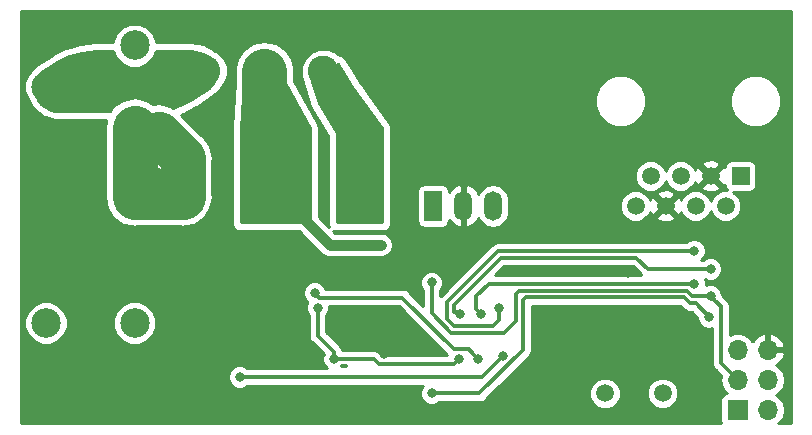
<source format=gbr>
G04 #@! TF.GenerationSoftware,KiCad,Pcbnew,(5.0.0)*
G04 #@! TF.CreationDate,2018-10-13T15:30:37-04:00*
G04 #@! TF.ProjectId,GLVColoumbCounterTest,474C56436F6C6F756D62436F756E7465,rev?*
G04 #@! TF.SameCoordinates,Original*
G04 #@! TF.FileFunction,Copper,L2,Bot,Signal*
G04 #@! TF.FilePolarity,Positive*
%FSLAX46Y46*%
G04 Gerber Fmt 4.6, Leading zero omitted, Abs format (unit mm)*
G04 Created by KiCad (PCBNEW (5.0.0)) date 10/13/18 15:30:37*
%MOMM*%
%LPD*%
G01*
G04 APERTURE LIST*
G04 #@! TA.AperFunction,ComponentPad*
%ADD10C,2.500000*%
G04 #@! TD*
G04 #@! TA.AperFunction,ComponentPad*
%ADD11R,1.500000X1.500000*%
G04 #@! TD*
G04 #@! TA.AperFunction,ComponentPad*
%ADD12C,1.500000*%
G04 #@! TD*
G04 #@! TA.AperFunction,ComponentPad*
%ADD13R,2.600000X2.600000*%
G04 #@! TD*
G04 #@! TA.AperFunction,ComponentPad*
%ADD14C,2.600000*%
G04 #@! TD*
G04 #@! TA.AperFunction,ComponentPad*
%ADD15R,1.500000X2.500000*%
G04 #@! TD*
G04 #@! TA.AperFunction,ComponentPad*
%ADD16O,1.500000X2.500000*%
G04 #@! TD*
G04 #@! TA.AperFunction,ComponentPad*
%ADD17R,1.700000X1.700000*%
G04 #@! TD*
G04 #@! TA.AperFunction,ComponentPad*
%ADD18O,1.700000X1.700000*%
G04 #@! TD*
G04 #@! TA.AperFunction,ViaPad*
%ADD19C,0.800000*%
G04 #@! TD*
G04 #@! TA.AperFunction,Conductor*
%ADD20C,0.304800*%
G04 #@! TD*
G04 #@! TA.AperFunction,Conductor*
%ADD21C,0.889000*%
G04 #@! TD*
G04 #@! TA.AperFunction,Conductor*
%ADD22C,3.810000*%
G04 #@! TD*
G04 #@! TA.AperFunction,Conductor*
%ADD23C,0.254000*%
G04 #@! TD*
G04 APERTURE END LIST*
D10*
G04 #@! TO.P,K1,1*
G04 #@! TO.N,+BATT*
X109982000Y-54366000D03*
G04 #@! TO.P,K1,5*
G04 #@! TO.N,Net-(J1-Pad6)*
X102482000Y-50866000D03*
G04 #@! TO.P,K1,10*
G04 #@! TO.N,N/C*
X109982000Y-47366000D03*
G04 #@! TO.P,K1,2*
G04 #@! TO.N,+5V*
X102482000Y-70866000D03*
G04 #@! TO.P,K1,9*
G04 #@! TO.N,Net-(D3-Pad2)*
X109982000Y-70866000D03*
G04 #@! TD*
D11*
G04 #@! TO.P,J2,1*
G04 #@! TO.N,Net-(J2-Pad1)*
X161290000Y-58420000D03*
D12*
G04 #@! TO.P,J2,2*
G04 #@! TO.N,Net-(J2-Pad2)*
X160020000Y-60960000D03*
G04 #@! TO.P,J2,3*
G04 #@! TO.N,GND*
X158750000Y-58420000D03*
G04 #@! TO.P,J2,4*
G04 #@! TO.N,N/C*
X157480000Y-60960000D03*
G04 #@! TO.P,J2,5*
X156210000Y-58420000D03*
G04 #@! TO.P,J2,6*
G04 #@! TO.N,GND*
X154940000Y-60960000D03*
G04 #@! TO.P,J2,7*
G04 #@! TO.N,N/C*
X153670000Y-58420000D03*
G04 #@! TO.P,J2,8*
X152400000Y-60960000D03*
G04 #@! TD*
D13*
G04 #@! TO.P,J1,1*
G04 #@! TO.N,GND*
X140970000Y-49530000D03*
D14*
G04 #@! TO.P,J1,2*
X135970000Y-49530000D03*
G04 #@! TO.P,J1,3*
X130970000Y-49530000D03*
G04 #@! TO.P,J1,4*
G04 #@! TO.N,/LOAD*
X125970000Y-49530000D03*
G04 #@! TO.P,J1,5*
G04 #@! TO.N,+12V*
X120970000Y-49530000D03*
G04 #@! TO.P,J1,6*
G04 #@! TO.N,Net-(J1-Pad6)*
X115970000Y-49530000D03*
G04 #@! TD*
D15*
G04 #@! TO.P,U1,1*
G04 #@! TO.N,+12V*
X135255000Y-60960000D03*
D16*
G04 #@! TO.P,U1,2*
G04 #@! TO.N,GND*
X137795000Y-60960000D03*
G04 #@! TO.P,U1,3*
G04 #@! TO.N,+5V*
X140335000Y-60960000D03*
G04 #@! TD*
D17*
G04 #@! TO.P,J3,1*
G04 #@! TO.N,/MISO*
X161036000Y-78232000D03*
D18*
G04 #@! TO.P,J3,2*
G04 #@! TO.N,+5V*
X163576000Y-78232000D03*
G04 #@! TO.P,J3,3*
G04 #@! TO.N,/SCK*
X161036000Y-75692000D03*
G04 #@! TO.P,J3,4*
G04 #@! TO.N,/MOSI*
X163576000Y-75692000D03*
G04 #@! TO.P,J3,5*
G04 #@! TO.N,/RESET*
X161036000Y-73152000D03*
G04 #@! TO.P,J3,6*
G04 #@! TO.N,GND*
X163576000Y-73152000D03*
G04 #@! TD*
D12*
G04 #@! TO.P,Y1,1*
G04 #@! TO.N,Net-(C9-Pad1)*
X154686000Y-76835000D03*
G04 #@! TO.P,Y1,2*
G04 #@! TO.N,Net-(C10-Pad1)*
X149806000Y-76835000D03*
G04 #@! TD*
D19*
G04 #@! TO.N,GND*
X116840000Y-69850000D03*
X125730000Y-76962000D03*
X112268000Y-73406000D03*
X121539000Y-68453000D03*
X123698000Y-73025000D03*
X131064000Y-73533000D03*
X127000000Y-71755000D03*
X146177000Y-74168000D03*
X148209000Y-66421000D03*
X163322000Y-70993000D03*
X163322000Y-62865000D03*
X156845000Y-50292000D03*
X138430000Y-54610000D03*
X103505000Y-58293000D03*
X106553000Y-64897000D03*
X106045000Y-77978000D03*
X144399000Y-52832000D03*
X151130000Y-47117000D03*
X162179000Y-46482000D03*
X101600000Y-46736000D03*
X117475000Y-45847000D03*
X133350000Y-46228000D03*
X133731000Y-57404000D03*
X151765000Y-66675000D03*
G04 #@! TO.N,+12V*
X121920000Y-59690000D03*
X121920000Y-57785000D03*
X121920000Y-55880000D03*
X121920000Y-53975000D03*
X120015000Y-53975000D03*
X122555000Y-52070000D03*
X120650000Y-52070000D03*
X130810000Y-64262000D03*
G04 #@! TO.N,/LOAD*
X127508000Y-61468000D03*
X127508000Y-59436000D03*
X127508000Y-57404000D03*
X127508000Y-55372000D03*
X127000000Y-53340000D03*
X129032000Y-53340000D03*
G04 #@! TO.N,Net-(J1-Pad6)*
X105410000Y-52070000D03*
X105410000Y-49022000D03*
X107569000Y-50165000D03*
X111887000Y-50673000D03*
X113030000Y-48768000D03*
X114046000Y-51308000D03*
X109601000Y-50673000D03*
G04 #@! TO.N,/MISO*
X137541000Y-70104000D03*
X158750000Y-66294000D03*
G04 #@! TO.N,/SCK*
X135128000Y-67437000D03*
X158750000Y-68580000D03*
G04 #@! TO.N,/RESET*
X135128000Y-76835000D03*
X158623000Y-70358000D03*
G04 #@! TO.N,/MOSI*
X139319000Y-70104000D03*
X157353000Y-67564000D03*
G04 #@! TO.N,+BATT*
X109982000Y-60960000D03*
X112014000Y-60960000D03*
X110998000Y-59690000D03*
X112014000Y-58166000D03*
X108966000Y-59690000D03*
X109982000Y-58166000D03*
X108966000Y-56642000D03*
X110998000Y-56642000D03*
X112014000Y-55372000D03*
G04 #@! TO.N,/SCL*
X125222000Y-68326000D03*
X139065000Y-73914000D03*
G04 #@! TO.N,/SDA*
X125476000Y-69596000D03*
X137414000Y-73914000D03*
X126873000Y-73914000D03*
G04 #@! TO.N,/D10*
X140843000Y-69596000D03*
X157353000Y-64770000D03*
G04 #@! TO.N,/RELAY_CTRL*
X118872000Y-75438000D03*
X141192000Y-73628000D03*
G04 #@! TD*
D20*
G04 #@! TO.N,*
X127889000Y-74549000D02*
X127508000Y-74549000D01*
D21*
G04 #@! TO.N,+12V*
X126492000Y-64262000D02*
X130810000Y-64262000D01*
X121920000Y-59690000D02*
X126492000Y-64262000D01*
D22*
X120970000Y-49530000D02*
X120970000Y-50993000D01*
D20*
G04 #@! TO.N,/MISO*
X153416000Y-66294000D02*
X152450810Y-65328810D01*
X158750000Y-66294000D02*
X153416000Y-66294000D01*
X152450810Y-65328810D02*
X140995716Y-65328810D01*
X140995716Y-65328810D02*
X137014001Y-69310525D01*
X137014001Y-69310525D02*
X137014001Y-69958001D01*
X137395001Y-69958001D02*
X137541000Y-70104000D01*
X137014001Y-69958001D02*
X137395001Y-69958001D01*
G04 #@! TO.N,/SCK*
X159149999Y-68979999D02*
X158750000Y-68580000D01*
X159639000Y-69469000D02*
X159149999Y-68979999D01*
X161036000Y-75692000D02*
X159639000Y-74295000D01*
X159639000Y-74295000D02*
X159639000Y-69469000D01*
X135128000Y-70055750D02*
X135128000Y-67437000D01*
X136795461Y-71723211D02*
X135128000Y-70055750D01*
X141255789Y-71723211D02*
X136795461Y-71723211D01*
X158750000Y-68580000D02*
X157175526Y-68580000D01*
X156718336Y-68122810D02*
X142570190Y-68122810D01*
X142570190Y-68122810D02*
X142240000Y-68453000D01*
X142240000Y-68453000D02*
X142240000Y-70739000D01*
X157175526Y-68580000D02*
X156718336Y-68122810D01*
X142240000Y-70739000D02*
X141255789Y-71723211D01*
G04 #@! TO.N,/RESET*
X139178474Y-76835000D02*
X142875000Y-73138474D01*
X135128000Y-76835000D02*
X139178474Y-76835000D01*
X142875000Y-73138474D02*
X142875000Y-68961000D01*
X142875000Y-68961000D02*
X143154380Y-68681620D01*
X156486870Y-68681620D02*
X157020250Y-69215000D01*
X143154380Y-68681620D02*
X156486870Y-68681620D01*
X157020250Y-69215000D02*
X157480000Y-69215000D01*
X157480000Y-69215000D02*
X158623000Y-70358000D01*
G04 #@! TO.N,/MOSI*
X157353000Y-67564000D02*
X139954000Y-67564000D01*
X138919001Y-68598999D02*
X139954000Y-67564000D01*
X139319000Y-70104000D02*
X138919001Y-69704001D01*
X138919001Y-69704001D02*
X138919001Y-68598999D01*
D22*
G04 #@! TO.N,+BATT*
X109982000Y-54366000D02*
X109982000Y-60198000D01*
X109982000Y-60198000D02*
X114046000Y-60198000D01*
X114046000Y-60198000D02*
X114046000Y-56896000D01*
X114046000Y-56896000D02*
X112014000Y-54864000D01*
X111231999Y-55615999D02*
X109982000Y-54366000D01*
X112014000Y-54864000D02*
X111262001Y-55615999D01*
X111262001Y-55615999D02*
X111231999Y-55615999D01*
D20*
G04 #@! TO.N,/SCL*
X138665001Y-73514001D02*
X139065000Y-73914000D01*
X138258599Y-73107599D02*
X138665001Y-73514001D01*
X137026927Y-73107599D02*
X138258599Y-73107599D01*
X132645327Y-68725999D02*
X137026927Y-73107599D01*
X125222000Y-68326000D02*
X125621999Y-68725999D01*
X125621999Y-68725999D02*
X132645327Y-68725999D01*
G04 #@! TO.N,/SDA*
X125476000Y-70161685D02*
X125476000Y-69596000D01*
X125476000Y-71951315D02*
X125476000Y-70161685D01*
X126873000Y-73914000D02*
X126873000Y-73348315D01*
X126873000Y-73348315D02*
X125476000Y-71951315D01*
X137014001Y-74313999D02*
X137414000Y-73914000D01*
X136988599Y-74339401D02*
X137014001Y-74313999D01*
X130676927Y-74339401D02*
X136988599Y-74339401D01*
X126873000Y-73914000D02*
X130251526Y-73914000D01*
X130251526Y-73914000D02*
X130676927Y-74339401D01*
G04 #@! TO.N,/D10*
X136398000Y-69136250D02*
X140764250Y-64770000D01*
X140764250Y-64770000D02*
X157353000Y-64770000D01*
X136398000Y-70535474D02*
X136398000Y-69136250D01*
X137026927Y-71164401D02*
X136398000Y-70535474D01*
X140290599Y-71164401D02*
X137026927Y-71164401D01*
X140290599Y-71164401D02*
X140843000Y-70612000D01*
X140843000Y-70612000D02*
X140843000Y-69596000D01*
G04 #@! TO.N,/RELAY_CTRL*
X139382000Y-75438000D02*
X118872000Y-75438000D01*
X141192000Y-73628000D02*
X139382000Y-75438000D01*
G04 #@! TD*
D23*
G04 #@! TO.N,Net-(J1-Pad6)*
G36*
X108383974Y-48433767D02*
X108914233Y-48964026D01*
X109607050Y-49251000D01*
X110356950Y-49251000D01*
X111049767Y-48964026D01*
X111580026Y-48433767D01*
X111809818Y-47879000D01*
X114647958Y-47879000D01*
X115218395Y-47935082D01*
X115760998Y-48099369D01*
X116266734Y-48369124D01*
X116275188Y-48374761D01*
X116647961Y-48723292D01*
X116883782Y-49163925D01*
X116965277Y-49657000D01*
X116883782Y-50150075D01*
X116647961Y-50590708D01*
X116275188Y-50939239D01*
X114817160Y-51911258D01*
X114017490Y-52363299D01*
X113272540Y-52650099D01*
X113005058Y-52471373D01*
X112611332Y-52393056D01*
X112014000Y-52274239D01*
X112013999Y-52274239D01*
X111558836Y-52364777D01*
X110973058Y-51973373D01*
X109982000Y-51776239D01*
X108990941Y-51973373D01*
X108150762Y-52534762D01*
X107867296Y-52959000D01*
X103690347Y-52959000D01*
X103194680Y-52903023D01*
X102730770Y-52740292D01*
X102308752Y-52474363D01*
X102096316Y-52304414D01*
X101780691Y-51954051D01*
X101596515Y-51527675D01*
X101531876Y-51049577D01*
X101574605Y-50558549D01*
X101595826Y-50452445D01*
X101720414Y-50093812D01*
X101932346Y-49789463D01*
X102225488Y-49548205D01*
X103432883Y-48805193D01*
X104462125Y-48295624D01*
X105561535Y-47984445D01*
X106705165Y-47879000D01*
X108154182Y-47879000D01*
X108383974Y-48433767D01*
X108383974Y-48433767D01*
G37*
X108383974Y-48433767D02*
X108914233Y-48964026D01*
X109607050Y-49251000D01*
X110356950Y-49251000D01*
X111049767Y-48964026D01*
X111580026Y-48433767D01*
X111809818Y-47879000D01*
X114647958Y-47879000D01*
X115218395Y-47935082D01*
X115760998Y-48099369D01*
X116266734Y-48369124D01*
X116275188Y-48374761D01*
X116647961Y-48723292D01*
X116883782Y-49163925D01*
X116965277Y-49657000D01*
X116883782Y-50150075D01*
X116647961Y-50590708D01*
X116275188Y-50939239D01*
X114817160Y-51911258D01*
X114017490Y-52363299D01*
X113272540Y-52650099D01*
X113005058Y-52471373D01*
X112611332Y-52393056D01*
X112014000Y-52274239D01*
X112013999Y-52274239D01*
X111558836Y-52364777D01*
X110973058Y-51973373D01*
X109982000Y-51776239D01*
X108990941Y-51973373D01*
X108150762Y-52534762D01*
X107867296Y-52959000D01*
X103690347Y-52959000D01*
X103194680Y-52903023D01*
X102730770Y-52740292D01*
X102308752Y-52474363D01*
X102096316Y-52304414D01*
X101780691Y-51954051D01*
X101596515Y-51527675D01*
X101531876Y-51049577D01*
X101574605Y-50558549D01*
X101595826Y-50452445D01*
X101720414Y-50093812D01*
X101932346Y-49789463D01*
X102225488Y-49548205D01*
X103432883Y-48805193D01*
X104462125Y-48295624D01*
X105561535Y-47984445D01*
X106705165Y-47879000D01*
X108154182Y-47879000D01*
X108383974Y-48433767D01*
G04 #@! TO.N,+12V*
G36*
X124841000Y-54389267D02*
X124841000Y-62357000D01*
X118999000Y-62357000D01*
X118999000Y-54359970D01*
X119245311Y-50419000D01*
X122607725Y-50419000D01*
X124841000Y-54389267D01*
X124841000Y-54389267D01*
G37*
X124841000Y-54389267D02*
X124841000Y-62357000D01*
X118999000Y-62357000D01*
X118999000Y-54359970D01*
X119245311Y-50419000D01*
X122607725Y-50419000D01*
X124841000Y-54389267D01*
G04 #@! TO.N,/LOAD*
G36*
X128416304Y-50867310D02*
X128420656Y-50873817D01*
X130937000Y-54396699D01*
X130937000Y-62357000D01*
X127127000Y-62357000D01*
X127127000Y-54864000D01*
X127108902Y-54798659D01*
X125593077Y-52272284D01*
X124869024Y-49858774D01*
X127202580Y-48925352D01*
X128416304Y-50867310D01*
X128416304Y-50867310D01*
G37*
X128416304Y-50867310D02*
X128420656Y-50873817D01*
X130937000Y-54396699D01*
X130937000Y-62357000D01*
X127127000Y-62357000D01*
X127127000Y-54864000D01*
X127108902Y-54798659D01*
X125593077Y-52272284D01*
X124869024Y-49858774D01*
X127202580Y-48925352D01*
X128416304Y-50867310D01*
G04 #@! TO.N,GND*
G36*
X165583801Y-79350800D02*
X164483088Y-79350800D01*
X164610000Y-79266000D01*
X164926986Y-78791597D01*
X165038297Y-78232000D01*
X164926986Y-77672403D01*
X164610000Y-77198000D01*
X164256801Y-76962000D01*
X164610000Y-76726000D01*
X164926986Y-76251597D01*
X165038297Y-75692000D01*
X164926986Y-75132403D01*
X164610000Y-74658000D01*
X164273825Y-74433375D01*
X164457358Y-74347183D01*
X164847645Y-73918924D01*
X165017476Y-73508890D01*
X164896155Y-73279000D01*
X163703000Y-73279000D01*
X163703000Y-73299000D01*
X163449000Y-73299000D01*
X163449000Y-73279000D01*
X163429000Y-73279000D01*
X163429000Y-73025000D01*
X163449000Y-73025000D01*
X163449000Y-71831181D01*
X163703000Y-71831181D01*
X163703000Y-73025000D01*
X164896155Y-73025000D01*
X165017476Y-72795110D01*
X164847645Y-72385076D01*
X164457358Y-71956817D01*
X163932892Y-71710514D01*
X163703000Y-71831181D01*
X163449000Y-71831181D01*
X163219108Y-71710514D01*
X162694642Y-71956817D01*
X162304355Y-72385076D01*
X162282964Y-72436723D01*
X162070000Y-72118000D01*
X161595597Y-71801014D01*
X161177253Y-71717800D01*
X160894747Y-71717800D01*
X160476403Y-71801014D01*
X160375600Y-71868368D01*
X160375600Y-69541540D01*
X160390029Y-69469000D01*
X160375600Y-69396459D01*
X160375600Y-69396456D01*
X160332861Y-69181593D01*
X160237246Y-69038495D01*
X160211151Y-68999441D01*
X160211149Y-68999439D01*
X160170058Y-68937942D01*
X160108560Y-68896850D01*
X159734200Y-68522491D01*
X159734200Y-68384230D01*
X159584365Y-68022495D01*
X159307505Y-67745635D01*
X158945770Y-67595800D01*
X158554230Y-67595800D01*
X158337200Y-67685696D01*
X158337200Y-67368230D01*
X158247237Y-67151040D01*
X158554230Y-67278200D01*
X158945770Y-67278200D01*
X159307505Y-67128365D01*
X159584365Y-66851505D01*
X159734200Y-66489770D01*
X159734200Y-66098230D01*
X159584365Y-65736495D01*
X159307505Y-65459635D01*
X158945770Y-65309800D01*
X158554230Y-65309800D01*
X158192495Y-65459635D01*
X158094730Y-65557400D01*
X157957470Y-65557400D01*
X158187365Y-65327505D01*
X158337200Y-64965770D01*
X158337200Y-64574230D01*
X158187365Y-64212495D01*
X157910505Y-63935635D01*
X157548770Y-63785800D01*
X157157230Y-63785800D01*
X156795495Y-63935635D01*
X156697730Y-64033400D01*
X140836790Y-64033400D01*
X140764250Y-64018971D01*
X140691709Y-64033400D01*
X140691706Y-64033400D01*
X140476843Y-64076139D01*
X140294691Y-64197849D01*
X140294689Y-64197851D01*
X140233192Y-64238942D01*
X140192101Y-64300439D01*
X135928440Y-68564101D01*
X135866943Y-68605192D01*
X135864600Y-68608699D01*
X135864600Y-68092270D01*
X135962365Y-67994505D01*
X136112200Y-67632770D01*
X136112200Y-67241230D01*
X135962365Y-66879495D01*
X135685505Y-66602635D01*
X135323770Y-66452800D01*
X134932230Y-66452800D01*
X134570495Y-66602635D01*
X134293635Y-66879495D01*
X134143800Y-67241230D01*
X134143800Y-67632770D01*
X134293635Y-67994505D01*
X134391401Y-68092271D01*
X134391400Y-69430363D01*
X133217478Y-68256441D01*
X133176385Y-68194941D01*
X132932734Y-68032138D01*
X132717871Y-67989399D01*
X132717867Y-67989399D01*
X132645327Y-67974970D01*
X132572787Y-67989399D01*
X126147866Y-67989399D01*
X126056365Y-67768495D01*
X125779505Y-67491635D01*
X125417770Y-67341800D01*
X125026230Y-67341800D01*
X124664495Y-67491635D01*
X124387635Y-67768495D01*
X124237800Y-68130230D01*
X124237800Y-68521770D01*
X124387635Y-68883505D01*
X124612636Y-69108506D01*
X124491800Y-69400230D01*
X124491800Y-69791770D01*
X124641635Y-70153505D01*
X124739401Y-70251271D01*
X124739400Y-71878774D01*
X124724971Y-71951315D01*
X124739400Y-72023855D01*
X124739400Y-72023858D01*
X124782139Y-72238721D01*
X124944942Y-72482373D01*
X125006442Y-72523466D01*
X125980301Y-73497325D01*
X125888800Y-73718230D01*
X125888800Y-74109770D01*
X126038635Y-74471505D01*
X126268530Y-74701400D01*
X119527270Y-74701400D01*
X119429505Y-74603635D01*
X119067770Y-74453800D01*
X118676230Y-74453800D01*
X118314495Y-74603635D01*
X118037635Y-74880495D01*
X117887800Y-75242230D01*
X117887800Y-75633770D01*
X118037635Y-75995505D01*
X118314495Y-76272365D01*
X118676230Y-76422200D01*
X119067770Y-76422200D01*
X119429505Y-76272365D01*
X119527270Y-76174600D01*
X134396530Y-76174600D01*
X134293635Y-76277495D01*
X134143800Y-76639230D01*
X134143800Y-77030770D01*
X134293635Y-77392505D01*
X134570495Y-77669365D01*
X134932230Y-77819200D01*
X135323770Y-77819200D01*
X135685505Y-77669365D01*
X135783270Y-77571600D01*
X139105934Y-77571600D01*
X139178474Y-77586029D01*
X139251014Y-77571600D01*
X139251018Y-77571600D01*
X139465881Y-77528861D01*
X139709532Y-77366058D01*
X139750625Y-77304558D01*
X140485572Y-76569611D01*
X148471800Y-76569611D01*
X148471800Y-77100389D01*
X148674919Y-77590764D01*
X149050236Y-77966081D01*
X149540611Y-78169200D01*
X150071389Y-78169200D01*
X150561764Y-77966081D01*
X150937081Y-77590764D01*
X151140200Y-77100389D01*
X151140200Y-76569611D01*
X153351800Y-76569611D01*
X153351800Y-77100389D01*
X153554919Y-77590764D01*
X153930236Y-77966081D01*
X154420611Y-78169200D01*
X154951389Y-78169200D01*
X155441764Y-77966081D01*
X155817081Y-77590764D01*
X156020200Y-77100389D01*
X156020200Y-76569611D01*
X155817081Y-76079236D01*
X155441764Y-75703919D01*
X154951389Y-75500800D01*
X154420611Y-75500800D01*
X153930236Y-75703919D01*
X153554919Y-76079236D01*
X153351800Y-76569611D01*
X151140200Y-76569611D01*
X150937081Y-76079236D01*
X150561764Y-75703919D01*
X150071389Y-75500800D01*
X149540611Y-75500800D01*
X149050236Y-75703919D01*
X148674919Y-76079236D01*
X148471800Y-76569611D01*
X140485572Y-76569611D01*
X143344561Y-73710623D01*
X143406058Y-73669532D01*
X143447149Y-73608035D01*
X143447151Y-73608033D01*
X143568861Y-73425881D01*
X143585576Y-73341849D01*
X143611600Y-73211018D01*
X143611600Y-73211015D01*
X143626029Y-73138475D01*
X143611600Y-73065934D01*
X143611600Y-69418220D01*
X156181761Y-69418220D01*
X156448100Y-69684560D01*
X156489192Y-69746058D01*
X156550689Y-69787149D01*
X156550691Y-69787151D01*
X156700543Y-69887279D01*
X156732843Y-69908861D01*
X156947706Y-69951600D01*
X156947709Y-69951600D01*
X157020249Y-69966029D01*
X157092790Y-69951600D01*
X157174891Y-69951600D01*
X157638800Y-70415510D01*
X157638800Y-70553770D01*
X157788635Y-70915505D01*
X158065495Y-71192365D01*
X158427230Y-71342200D01*
X158818770Y-71342200D01*
X158902401Y-71307559D01*
X158902400Y-74222460D01*
X158887971Y-74295000D01*
X158902400Y-74367540D01*
X158902400Y-74367543D01*
X158945139Y-74582406D01*
X159107942Y-74826058D01*
X159169442Y-74867151D01*
X159643483Y-75341192D01*
X159573703Y-75692000D01*
X159685014Y-76251597D01*
X160002000Y-76726000D01*
X160113816Y-76800713D01*
X159958057Y-76831696D01*
X159764815Y-76960815D01*
X159635696Y-77154057D01*
X159590355Y-77382000D01*
X159590355Y-79082000D01*
X159635696Y-79309943D01*
X159662996Y-79350800D01*
X100354200Y-79350800D01*
X100354200Y-70501155D01*
X100647800Y-70501155D01*
X100647800Y-71230845D01*
X100927040Y-71904991D01*
X101443009Y-72420960D01*
X102117155Y-72700200D01*
X102846845Y-72700200D01*
X103520991Y-72420960D01*
X104036960Y-71904991D01*
X104316200Y-71230845D01*
X104316200Y-70501155D01*
X108147800Y-70501155D01*
X108147800Y-71230845D01*
X108427040Y-71904991D01*
X108943009Y-72420960D01*
X109617155Y-72700200D01*
X110346845Y-72700200D01*
X111020991Y-72420960D01*
X111536960Y-71904991D01*
X111816200Y-71230845D01*
X111816200Y-70501155D01*
X111536960Y-69827009D01*
X111020991Y-69311040D01*
X110346845Y-69031800D01*
X109617155Y-69031800D01*
X108943009Y-69311040D01*
X108427040Y-69827009D01*
X108147800Y-70501155D01*
X104316200Y-70501155D01*
X104036960Y-69827009D01*
X103520991Y-69311040D01*
X102846845Y-69031800D01*
X102117155Y-69031800D01*
X101443009Y-69311040D01*
X100927040Y-69827009D01*
X100647800Y-70501155D01*
X100354200Y-70501155D01*
X100354200Y-50501155D01*
X100647800Y-50501155D01*
X100647800Y-51230845D01*
X100927040Y-51904991D01*
X100931280Y-51909231D01*
X101089433Y-52275363D01*
X101200581Y-52448573D01*
X101537098Y-52822127D01*
X101612209Y-52892964D01*
X101838319Y-53073852D01*
X101896469Y-53115235D01*
X102336669Y-53392621D01*
X102465011Y-53454590D01*
X102955987Y-53626815D01*
X103094916Y-53658600D01*
X103611937Y-53716989D01*
X103683197Y-53721000D01*
X107572332Y-53721000D01*
X107444034Y-54366000D01*
X107492800Y-54611164D01*
X107492801Y-59952832D01*
X107444034Y-60198000D01*
X107637225Y-61169238D01*
X108187387Y-61992613D01*
X109010762Y-62542775D01*
X109736836Y-62687200D01*
X109736837Y-62687200D01*
X109982000Y-62735966D01*
X110227164Y-62687200D01*
X113800836Y-62687200D01*
X114046000Y-62735966D01*
X114291163Y-62687200D01*
X114291164Y-62687200D01*
X115017238Y-62542775D01*
X115840613Y-61992613D01*
X116390775Y-61169238D01*
X116583966Y-60198000D01*
X116535200Y-59952836D01*
X116535200Y-57141163D01*
X116583966Y-56896000D01*
X116390775Y-55924762D01*
X115979487Y-55309226D01*
X115979486Y-55309225D01*
X115840613Y-55101387D01*
X115632775Y-54962514D01*
X115026261Y-54356000D01*
X118237000Y-54356000D01*
X118237000Y-62484000D01*
X118285336Y-62727004D01*
X118422987Y-62933013D01*
X118628996Y-63070664D01*
X118872000Y-63119000D01*
X123894199Y-63119000D01*
X125692957Y-64917758D01*
X125750349Y-65003651D01*
X126090621Y-65231014D01*
X126390684Y-65290700D01*
X126390688Y-65290700D01*
X126491999Y-65310852D01*
X126593310Y-65290700D01*
X130911316Y-65290700D01*
X131211379Y-65231014D01*
X131551651Y-65003651D01*
X131779014Y-64663379D01*
X131858853Y-64262000D01*
X131779014Y-63860621D01*
X131551651Y-63520349D01*
X131211379Y-63292986D01*
X130911316Y-63233300D01*
X126918101Y-63233300D01*
X126752382Y-63067581D01*
X126756996Y-63070664D01*
X127000000Y-63119000D01*
X131064000Y-63119000D01*
X131307004Y-63070664D01*
X131513013Y-62933013D01*
X131650664Y-62727004D01*
X131699000Y-62484000D01*
X131699000Y-59710000D01*
X133909355Y-59710000D01*
X133909355Y-62210000D01*
X133954696Y-62437943D01*
X134083815Y-62631185D01*
X134277057Y-62760304D01*
X134505000Y-62805645D01*
X136005000Y-62805645D01*
X136232943Y-62760304D01*
X136426185Y-62631185D01*
X136555304Y-62437943D01*
X136600645Y-62210000D01*
X136600645Y-62152585D01*
X136905460Y-62529145D01*
X137382316Y-62788173D01*
X137453815Y-62802318D01*
X137668000Y-62679656D01*
X137668000Y-61087000D01*
X137648000Y-61087000D01*
X137648000Y-60833000D01*
X137668000Y-60833000D01*
X137668000Y-59240344D01*
X137922000Y-59240344D01*
X137922000Y-60833000D01*
X137942000Y-60833000D01*
X137942000Y-61087000D01*
X137922000Y-61087000D01*
X137922000Y-62679656D01*
X138136185Y-62802318D01*
X138207684Y-62788173D01*
X138684540Y-62529145D01*
X139025972Y-62107349D01*
X139072298Y-61950847D01*
X139078212Y-61980579D01*
X139373097Y-62421904D01*
X139814422Y-62716788D01*
X140335000Y-62820338D01*
X140855579Y-62716788D01*
X141296904Y-62421904D01*
X141591788Y-61980579D01*
X141669200Y-61591404D01*
X141669200Y-60694611D01*
X151065800Y-60694611D01*
X151065800Y-61225389D01*
X151268919Y-61715764D01*
X151644236Y-62091081D01*
X152134611Y-62294200D01*
X152665389Y-62294200D01*
X153155764Y-62091081D01*
X153315328Y-61931517D01*
X154148088Y-61931517D01*
X154216077Y-62172460D01*
X154735171Y-62357201D01*
X155285448Y-62329230D01*
X155663923Y-62172460D01*
X155731912Y-61931517D01*
X154940000Y-61139605D01*
X154148088Y-61931517D01*
X153315328Y-61931517D01*
X153531081Y-61715764D01*
X153635905Y-61462696D01*
X153727540Y-61683923D01*
X153968483Y-61751912D01*
X154760395Y-60960000D01*
X155119605Y-60960000D01*
X155911517Y-61751912D01*
X156152460Y-61683923D01*
X156237155Y-61445942D01*
X156348919Y-61715764D01*
X156724236Y-62091081D01*
X157214611Y-62294200D01*
X157745389Y-62294200D01*
X158235764Y-62091081D01*
X158611081Y-61715764D01*
X158750000Y-61380382D01*
X158888919Y-61715764D01*
X159264236Y-62091081D01*
X159754611Y-62294200D01*
X160285389Y-62294200D01*
X160775764Y-62091081D01*
X161151081Y-61715764D01*
X161354200Y-61225389D01*
X161354200Y-60694611D01*
X161151081Y-60204236D01*
X160775764Y-59828919D01*
X160623006Y-59765645D01*
X162040000Y-59765645D01*
X162267943Y-59720304D01*
X162461185Y-59591185D01*
X162590304Y-59397943D01*
X162635645Y-59170000D01*
X162635645Y-57670000D01*
X162590304Y-57442057D01*
X162461185Y-57248815D01*
X162267943Y-57119696D01*
X162040000Y-57074355D01*
X160540000Y-57074355D01*
X160312057Y-57119696D01*
X160118815Y-57248815D01*
X159989696Y-57442057D01*
X159944355Y-57670000D01*
X159944355Y-57690968D01*
X159721517Y-57628088D01*
X158929605Y-58420000D01*
X159721517Y-59211912D01*
X159944355Y-59149032D01*
X159944355Y-59170000D01*
X159989696Y-59397943D01*
X160118815Y-59591185D01*
X160170620Y-59625800D01*
X159754611Y-59625800D01*
X159264236Y-59828919D01*
X158888919Y-60204236D01*
X158750000Y-60539618D01*
X158611081Y-60204236D01*
X158235764Y-59828919D01*
X157745389Y-59625800D01*
X157214611Y-59625800D01*
X156724236Y-59828919D01*
X156348919Y-60204236D01*
X156244095Y-60457304D01*
X156152460Y-60236077D01*
X155911517Y-60168088D01*
X155119605Y-60960000D01*
X154760395Y-60960000D01*
X153968483Y-60168088D01*
X153727540Y-60236077D01*
X153642845Y-60474058D01*
X153531081Y-60204236D01*
X153315328Y-59988483D01*
X154148088Y-59988483D01*
X154940000Y-60780395D01*
X155731912Y-59988483D01*
X155663923Y-59747540D01*
X155144829Y-59562799D01*
X154594552Y-59590770D01*
X154216077Y-59747540D01*
X154148088Y-59988483D01*
X153315328Y-59988483D01*
X153155764Y-59828919D01*
X152665389Y-59625800D01*
X152134611Y-59625800D01*
X151644236Y-59828919D01*
X151268919Y-60204236D01*
X151065800Y-60694611D01*
X141669200Y-60694611D01*
X141669200Y-60328596D01*
X141591788Y-59939421D01*
X141296903Y-59498096D01*
X140855578Y-59203212D01*
X140335000Y-59099662D01*
X139814421Y-59203212D01*
X139373096Y-59498097D01*
X139078212Y-59939422D01*
X139072298Y-59969153D01*
X139025972Y-59812651D01*
X138684540Y-59390855D01*
X138207684Y-59131827D01*
X138136185Y-59117682D01*
X137922000Y-59240344D01*
X137668000Y-59240344D01*
X137453815Y-59117682D01*
X137382316Y-59131827D01*
X136905460Y-59390855D01*
X136600645Y-59767415D01*
X136600645Y-59710000D01*
X136555304Y-59482057D01*
X136426185Y-59288815D01*
X136232943Y-59159696D01*
X136005000Y-59114355D01*
X134505000Y-59114355D01*
X134277057Y-59159696D01*
X134083815Y-59288815D01*
X133954696Y-59482057D01*
X133909355Y-59710000D01*
X131699000Y-59710000D01*
X131699000Y-58154611D01*
X152335800Y-58154611D01*
X152335800Y-58685389D01*
X152538919Y-59175764D01*
X152914236Y-59551081D01*
X153404611Y-59754200D01*
X153935389Y-59754200D01*
X154425764Y-59551081D01*
X154801081Y-59175764D01*
X154940000Y-58840382D01*
X155078919Y-59175764D01*
X155454236Y-59551081D01*
X155944611Y-59754200D01*
X156475389Y-59754200D01*
X156965764Y-59551081D01*
X157125328Y-59391517D01*
X157958088Y-59391517D01*
X158026077Y-59632460D01*
X158545171Y-59817201D01*
X159095448Y-59789230D01*
X159473923Y-59632460D01*
X159541912Y-59391517D01*
X158750000Y-58599605D01*
X157958088Y-59391517D01*
X157125328Y-59391517D01*
X157341081Y-59175764D01*
X157445905Y-58922696D01*
X157537540Y-59143923D01*
X157778483Y-59211912D01*
X158570395Y-58420000D01*
X157778483Y-57628088D01*
X157537540Y-57696077D01*
X157452845Y-57934058D01*
X157341081Y-57664236D01*
X157125328Y-57448483D01*
X157958088Y-57448483D01*
X158750000Y-58240395D01*
X159541912Y-57448483D01*
X159473923Y-57207540D01*
X158954829Y-57022799D01*
X158404552Y-57050770D01*
X158026077Y-57207540D01*
X157958088Y-57448483D01*
X157125328Y-57448483D01*
X156965764Y-57288919D01*
X156475389Y-57085800D01*
X155944611Y-57085800D01*
X155454236Y-57288919D01*
X155078919Y-57664236D01*
X154940000Y-57999618D01*
X154801081Y-57664236D01*
X154425764Y-57288919D01*
X153935389Y-57085800D01*
X153404611Y-57085800D01*
X152914236Y-57288919D01*
X152538919Y-57664236D01*
X152335800Y-58154611D01*
X131699000Y-58154611D01*
X131699000Y-54356000D01*
X131682631Y-54212749D01*
X131580721Y-53986914D01*
X129901166Y-51635536D01*
X148945800Y-51635536D01*
X148945800Y-52504464D01*
X149278325Y-53307250D01*
X149892750Y-53921675D01*
X150695536Y-54254200D01*
X151564464Y-54254200D01*
X152367250Y-53921675D01*
X152981675Y-53307250D01*
X153314200Y-52504464D01*
X153314200Y-51635536D01*
X160375800Y-51635536D01*
X160375800Y-52504464D01*
X160708325Y-53307250D01*
X161322750Y-53921675D01*
X162125536Y-54254200D01*
X162994464Y-54254200D01*
X163797250Y-53921675D01*
X164411675Y-53307250D01*
X164744200Y-52504464D01*
X164744200Y-51635536D01*
X164411675Y-50832750D01*
X163797250Y-50218325D01*
X162994464Y-49885800D01*
X162125536Y-49885800D01*
X161322750Y-50218325D01*
X160708325Y-50832750D01*
X160375800Y-51635536D01*
X153314200Y-51635536D01*
X152981675Y-50832750D01*
X152367250Y-50218325D01*
X151564464Y-49885800D01*
X150695536Y-49885800D01*
X149892750Y-50218325D01*
X149278325Y-50832750D01*
X148945800Y-51635536D01*
X129901166Y-51635536D01*
X129375396Y-50899459D01*
X129780146Y-50899459D01*
X129915504Y-51197455D01*
X130633880Y-51474066D01*
X131403427Y-51454710D01*
X132024496Y-51197455D01*
X132159854Y-50899459D01*
X134780146Y-50899459D01*
X134915504Y-51197455D01*
X135633880Y-51474066D01*
X136403427Y-51454710D01*
X137024496Y-51197455D01*
X137159854Y-50899459D01*
X135970000Y-49709605D01*
X134780146Y-50899459D01*
X132159854Y-50899459D01*
X130970000Y-49709605D01*
X129780146Y-50899459D01*
X129375396Y-50899459D01*
X129052100Y-50446845D01*
X128268998Y-49193880D01*
X129025934Y-49193880D01*
X129045290Y-49963427D01*
X129302545Y-50584496D01*
X129600541Y-50719854D01*
X130790395Y-49530000D01*
X131149605Y-49530000D01*
X132339459Y-50719854D01*
X132637455Y-50584496D01*
X132914066Y-49866120D01*
X132897158Y-49193880D01*
X134025934Y-49193880D01*
X134045290Y-49963427D01*
X134302545Y-50584496D01*
X134600541Y-50719854D01*
X135790395Y-49530000D01*
X136149605Y-49530000D01*
X137339459Y-50719854D01*
X137637455Y-50584496D01*
X137914066Y-49866120D01*
X137912800Y-49815750D01*
X139035000Y-49815750D01*
X139035000Y-50956310D01*
X139131673Y-51189699D01*
X139310302Y-51368327D01*
X139543691Y-51465000D01*
X140684250Y-51465000D01*
X140843000Y-51306250D01*
X140843000Y-49657000D01*
X141097000Y-49657000D01*
X141097000Y-51306250D01*
X141255750Y-51465000D01*
X142396309Y-51465000D01*
X142629698Y-51368327D01*
X142808327Y-51189699D01*
X142905000Y-50956310D01*
X142905000Y-49815750D01*
X142746250Y-49657000D01*
X141097000Y-49657000D01*
X140843000Y-49657000D01*
X139193750Y-49657000D01*
X139035000Y-49815750D01*
X137912800Y-49815750D01*
X137894710Y-49096573D01*
X137637455Y-48475504D01*
X137339459Y-48340146D01*
X136149605Y-49530000D01*
X135790395Y-49530000D01*
X134600541Y-48340146D01*
X134302545Y-48475504D01*
X134025934Y-49193880D01*
X132897158Y-49193880D01*
X132894710Y-49096573D01*
X132637455Y-48475504D01*
X132339459Y-48340146D01*
X131149605Y-49530000D01*
X130790395Y-49530000D01*
X129600541Y-48340146D01*
X129302545Y-48475504D01*
X129025934Y-49193880D01*
X128268998Y-49193880D01*
X127792479Y-48431451D01*
X127708454Y-48324495D01*
X127504139Y-48184343D01*
X127391664Y-48160541D01*
X129780146Y-48160541D01*
X130970000Y-49350395D01*
X132159854Y-48160541D01*
X134780146Y-48160541D01*
X135970000Y-49350395D01*
X137159854Y-48160541D01*
X137134031Y-48103690D01*
X139035000Y-48103690D01*
X139035000Y-49244250D01*
X139193750Y-49403000D01*
X140843000Y-49403000D01*
X140843000Y-47753750D01*
X141097000Y-47753750D01*
X141097000Y-49403000D01*
X142746250Y-49403000D01*
X142905000Y-49244250D01*
X142905000Y-48103690D01*
X142808327Y-47870301D01*
X142629698Y-47691673D01*
X142396309Y-47595000D01*
X141255750Y-47595000D01*
X141097000Y-47753750D01*
X140843000Y-47753750D01*
X140684250Y-47595000D01*
X139543691Y-47595000D01*
X139310302Y-47691673D01*
X139131673Y-47870301D01*
X139035000Y-48103690D01*
X137134031Y-48103690D01*
X137024496Y-47862545D01*
X136306120Y-47585934D01*
X135536573Y-47605290D01*
X134915504Y-47862545D01*
X134780146Y-48160541D01*
X132159854Y-48160541D01*
X132024496Y-47862545D01*
X131306120Y-47585934D01*
X130536573Y-47605290D01*
X129915504Y-47862545D01*
X129780146Y-48160541D01*
X127391664Y-48160541D01*
X127261742Y-48133047D01*
X127241483Y-48136821D01*
X127037314Y-47932652D01*
X126344791Y-47645800D01*
X125595209Y-47645800D01*
X124902686Y-47932652D01*
X124372652Y-48462686D01*
X124085800Y-49155209D01*
X124085800Y-49708253D01*
X124082252Y-49719821D01*
X124085800Y-49757015D01*
X124085800Y-49904791D01*
X124104114Y-49949006D01*
X124105780Y-49966466D01*
X124867780Y-52506466D01*
X124931492Y-52650705D01*
X126365000Y-55039885D01*
X126365000Y-62484000D01*
X126413336Y-62727004D01*
X126416419Y-62731618D01*
X125603000Y-61918199D01*
X125603000Y-54356000D01*
X125521450Y-54044684D01*
X123459200Y-50378462D01*
X123459200Y-49284836D01*
X123314775Y-48558762D01*
X122764613Y-47735387D01*
X121941237Y-47185225D01*
X120970000Y-46992034D01*
X119998762Y-47185225D01*
X119175387Y-47735387D01*
X118625225Y-48558763D01*
X118480800Y-49284837D01*
X118480800Y-50435382D01*
X118238237Y-54316390D01*
X118237000Y-54356000D01*
X115026261Y-54356000D01*
X113947484Y-53277223D01*
X113910041Y-53221187D01*
X114299991Y-53071060D01*
X114384330Y-53031251D01*
X115196206Y-52572310D01*
X115235956Y-52547871D01*
X116706542Y-51567480D01*
X116787984Y-51502970D01*
X117183708Y-51132981D01*
X117309894Y-50968769D01*
X117441154Y-50723508D01*
X117567348Y-50597314D01*
X117854200Y-49904791D01*
X117854200Y-49155209D01*
X117567348Y-48462686D01*
X117037314Y-47932652D01*
X116823214Y-47843969D01*
X116787984Y-47811030D01*
X116706553Y-47746527D01*
X116684246Y-47731655D01*
X116630849Y-47699719D01*
X116108598Y-47421155D01*
X115993762Y-47373683D01*
X115427261Y-47202160D01*
X115305378Y-47177960D01*
X114716320Y-47120047D01*
X114654190Y-47117000D01*
X111816200Y-47117000D01*
X111816200Y-47001155D01*
X111536960Y-46327009D01*
X111020991Y-45811040D01*
X110346845Y-45531800D01*
X109617155Y-45531800D01*
X108943009Y-45811040D01*
X108427040Y-46327009D01*
X108147800Y-47001155D01*
X108147800Y-47117000D01*
X106699318Y-47117000D01*
X106641017Y-47119682D01*
X105479917Y-47226738D01*
X105365280Y-47248059D01*
X104243330Y-47565618D01*
X104134524Y-47607541D01*
X103089555Y-48124896D01*
X103038497Y-48153167D01*
X101818711Y-48903804D01*
X101747991Y-48954306D01*
X101434604Y-49212226D01*
X101317020Y-49339658D01*
X101093728Y-49660321D01*
X100927040Y-49827009D01*
X100647800Y-50501155D01*
X100354200Y-50501155D01*
X100354200Y-44474200D01*
X165583800Y-44474200D01*
X165583801Y-79350800D01*
X165583801Y-79350800D01*
G37*
X165583801Y-79350800D02*
X164483088Y-79350800D01*
X164610000Y-79266000D01*
X164926986Y-78791597D01*
X165038297Y-78232000D01*
X164926986Y-77672403D01*
X164610000Y-77198000D01*
X164256801Y-76962000D01*
X164610000Y-76726000D01*
X164926986Y-76251597D01*
X165038297Y-75692000D01*
X164926986Y-75132403D01*
X164610000Y-74658000D01*
X164273825Y-74433375D01*
X164457358Y-74347183D01*
X164847645Y-73918924D01*
X165017476Y-73508890D01*
X164896155Y-73279000D01*
X163703000Y-73279000D01*
X163703000Y-73299000D01*
X163449000Y-73299000D01*
X163449000Y-73279000D01*
X163429000Y-73279000D01*
X163429000Y-73025000D01*
X163449000Y-73025000D01*
X163449000Y-71831181D01*
X163703000Y-71831181D01*
X163703000Y-73025000D01*
X164896155Y-73025000D01*
X165017476Y-72795110D01*
X164847645Y-72385076D01*
X164457358Y-71956817D01*
X163932892Y-71710514D01*
X163703000Y-71831181D01*
X163449000Y-71831181D01*
X163219108Y-71710514D01*
X162694642Y-71956817D01*
X162304355Y-72385076D01*
X162282964Y-72436723D01*
X162070000Y-72118000D01*
X161595597Y-71801014D01*
X161177253Y-71717800D01*
X160894747Y-71717800D01*
X160476403Y-71801014D01*
X160375600Y-71868368D01*
X160375600Y-69541540D01*
X160390029Y-69469000D01*
X160375600Y-69396459D01*
X160375600Y-69396456D01*
X160332861Y-69181593D01*
X160237246Y-69038495D01*
X160211151Y-68999441D01*
X160211149Y-68999439D01*
X160170058Y-68937942D01*
X160108560Y-68896850D01*
X159734200Y-68522491D01*
X159734200Y-68384230D01*
X159584365Y-68022495D01*
X159307505Y-67745635D01*
X158945770Y-67595800D01*
X158554230Y-67595800D01*
X158337200Y-67685696D01*
X158337200Y-67368230D01*
X158247237Y-67151040D01*
X158554230Y-67278200D01*
X158945770Y-67278200D01*
X159307505Y-67128365D01*
X159584365Y-66851505D01*
X159734200Y-66489770D01*
X159734200Y-66098230D01*
X159584365Y-65736495D01*
X159307505Y-65459635D01*
X158945770Y-65309800D01*
X158554230Y-65309800D01*
X158192495Y-65459635D01*
X158094730Y-65557400D01*
X157957470Y-65557400D01*
X158187365Y-65327505D01*
X158337200Y-64965770D01*
X158337200Y-64574230D01*
X158187365Y-64212495D01*
X157910505Y-63935635D01*
X157548770Y-63785800D01*
X157157230Y-63785800D01*
X156795495Y-63935635D01*
X156697730Y-64033400D01*
X140836790Y-64033400D01*
X140764250Y-64018971D01*
X140691709Y-64033400D01*
X140691706Y-64033400D01*
X140476843Y-64076139D01*
X140294691Y-64197849D01*
X140294689Y-64197851D01*
X140233192Y-64238942D01*
X140192101Y-64300439D01*
X135928440Y-68564101D01*
X135866943Y-68605192D01*
X135864600Y-68608699D01*
X135864600Y-68092270D01*
X135962365Y-67994505D01*
X136112200Y-67632770D01*
X136112200Y-67241230D01*
X135962365Y-66879495D01*
X135685505Y-66602635D01*
X135323770Y-66452800D01*
X134932230Y-66452800D01*
X134570495Y-66602635D01*
X134293635Y-66879495D01*
X134143800Y-67241230D01*
X134143800Y-67632770D01*
X134293635Y-67994505D01*
X134391401Y-68092271D01*
X134391400Y-69430363D01*
X133217478Y-68256441D01*
X133176385Y-68194941D01*
X132932734Y-68032138D01*
X132717871Y-67989399D01*
X132717867Y-67989399D01*
X132645327Y-67974970D01*
X132572787Y-67989399D01*
X126147866Y-67989399D01*
X126056365Y-67768495D01*
X125779505Y-67491635D01*
X125417770Y-67341800D01*
X125026230Y-67341800D01*
X124664495Y-67491635D01*
X124387635Y-67768495D01*
X124237800Y-68130230D01*
X124237800Y-68521770D01*
X124387635Y-68883505D01*
X124612636Y-69108506D01*
X124491800Y-69400230D01*
X124491800Y-69791770D01*
X124641635Y-70153505D01*
X124739401Y-70251271D01*
X124739400Y-71878774D01*
X124724971Y-71951315D01*
X124739400Y-72023855D01*
X124739400Y-72023858D01*
X124782139Y-72238721D01*
X124944942Y-72482373D01*
X125006442Y-72523466D01*
X125980301Y-73497325D01*
X125888800Y-73718230D01*
X125888800Y-74109770D01*
X126038635Y-74471505D01*
X126268530Y-74701400D01*
X119527270Y-74701400D01*
X119429505Y-74603635D01*
X119067770Y-74453800D01*
X118676230Y-74453800D01*
X118314495Y-74603635D01*
X118037635Y-74880495D01*
X117887800Y-75242230D01*
X117887800Y-75633770D01*
X118037635Y-75995505D01*
X118314495Y-76272365D01*
X118676230Y-76422200D01*
X119067770Y-76422200D01*
X119429505Y-76272365D01*
X119527270Y-76174600D01*
X134396530Y-76174600D01*
X134293635Y-76277495D01*
X134143800Y-76639230D01*
X134143800Y-77030770D01*
X134293635Y-77392505D01*
X134570495Y-77669365D01*
X134932230Y-77819200D01*
X135323770Y-77819200D01*
X135685505Y-77669365D01*
X135783270Y-77571600D01*
X139105934Y-77571600D01*
X139178474Y-77586029D01*
X139251014Y-77571600D01*
X139251018Y-77571600D01*
X139465881Y-77528861D01*
X139709532Y-77366058D01*
X139750625Y-77304558D01*
X140485572Y-76569611D01*
X148471800Y-76569611D01*
X148471800Y-77100389D01*
X148674919Y-77590764D01*
X149050236Y-77966081D01*
X149540611Y-78169200D01*
X150071389Y-78169200D01*
X150561764Y-77966081D01*
X150937081Y-77590764D01*
X151140200Y-77100389D01*
X151140200Y-76569611D01*
X153351800Y-76569611D01*
X153351800Y-77100389D01*
X153554919Y-77590764D01*
X153930236Y-77966081D01*
X154420611Y-78169200D01*
X154951389Y-78169200D01*
X155441764Y-77966081D01*
X155817081Y-77590764D01*
X156020200Y-77100389D01*
X156020200Y-76569611D01*
X155817081Y-76079236D01*
X155441764Y-75703919D01*
X154951389Y-75500800D01*
X154420611Y-75500800D01*
X153930236Y-75703919D01*
X153554919Y-76079236D01*
X153351800Y-76569611D01*
X151140200Y-76569611D01*
X150937081Y-76079236D01*
X150561764Y-75703919D01*
X150071389Y-75500800D01*
X149540611Y-75500800D01*
X149050236Y-75703919D01*
X148674919Y-76079236D01*
X148471800Y-76569611D01*
X140485572Y-76569611D01*
X143344561Y-73710623D01*
X143406058Y-73669532D01*
X143447149Y-73608035D01*
X143447151Y-73608033D01*
X143568861Y-73425881D01*
X143585576Y-73341849D01*
X143611600Y-73211018D01*
X143611600Y-73211015D01*
X143626029Y-73138475D01*
X143611600Y-73065934D01*
X143611600Y-69418220D01*
X156181761Y-69418220D01*
X156448100Y-69684560D01*
X156489192Y-69746058D01*
X156550689Y-69787149D01*
X156550691Y-69787151D01*
X156700543Y-69887279D01*
X156732843Y-69908861D01*
X156947706Y-69951600D01*
X156947709Y-69951600D01*
X157020249Y-69966029D01*
X157092790Y-69951600D01*
X157174891Y-69951600D01*
X157638800Y-70415510D01*
X157638800Y-70553770D01*
X157788635Y-70915505D01*
X158065495Y-71192365D01*
X158427230Y-71342200D01*
X158818770Y-71342200D01*
X158902401Y-71307559D01*
X158902400Y-74222460D01*
X158887971Y-74295000D01*
X158902400Y-74367540D01*
X158902400Y-74367543D01*
X158945139Y-74582406D01*
X159107942Y-74826058D01*
X159169442Y-74867151D01*
X159643483Y-75341192D01*
X159573703Y-75692000D01*
X159685014Y-76251597D01*
X160002000Y-76726000D01*
X160113816Y-76800713D01*
X159958057Y-76831696D01*
X159764815Y-76960815D01*
X159635696Y-77154057D01*
X159590355Y-77382000D01*
X159590355Y-79082000D01*
X159635696Y-79309943D01*
X159662996Y-79350800D01*
X100354200Y-79350800D01*
X100354200Y-70501155D01*
X100647800Y-70501155D01*
X100647800Y-71230845D01*
X100927040Y-71904991D01*
X101443009Y-72420960D01*
X102117155Y-72700200D01*
X102846845Y-72700200D01*
X103520991Y-72420960D01*
X104036960Y-71904991D01*
X104316200Y-71230845D01*
X104316200Y-70501155D01*
X108147800Y-70501155D01*
X108147800Y-71230845D01*
X108427040Y-71904991D01*
X108943009Y-72420960D01*
X109617155Y-72700200D01*
X110346845Y-72700200D01*
X111020991Y-72420960D01*
X111536960Y-71904991D01*
X111816200Y-71230845D01*
X111816200Y-70501155D01*
X111536960Y-69827009D01*
X111020991Y-69311040D01*
X110346845Y-69031800D01*
X109617155Y-69031800D01*
X108943009Y-69311040D01*
X108427040Y-69827009D01*
X108147800Y-70501155D01*
X104316200Y-70501155D01*
X104036960Y-69827009D01*
X103520991Y-69311040D01*
X102846845Y-69031800D01*
X102117155Y-69031800D01*
X101443009Y-69311040D01*
X100927040Y-69827009D01*
X100647800Y-70501155D01*
X100354200Y-70501155D01*
X100354200Y-50501155D01*
X100647800Y-50501155D01*
X100647800Y-51230845D01*
X100927040Y-51904991D01*
X100931280Y-51909231D01*
X101089433Y-52275363D01*
X101200581Y-52448573D01*
X101537098Y-52822127D01*
X101612209Y-52892964D01*
X101838319Y-53073852D01*
X101896469Y-53115235D01*
X102336669Y-53392621D01*
X102465011Y-53454590D01*
X102955987Y-53626815D01*
X103094916Y-53658600D01*
X103611937Y-53716989D01*
X103683197Y-53721000D01*
X107572332Y-53721000D01*
X107444034Y-54366000D01*
X107492800Y-54611164D01*
X107492801Y-59952832D01*
X107444034Y-60198000D01*
X107637225Y-61169238D01*
X108187387Y-61992613D01*
X109010762Y-62542775D01*
X109736836Y-62687200D01*
X109736837Y-62687200D01*
X109982000Y-62735966D01*
X110227164Y-62687200D01*
X113800836Y-62687200D01*
X114046000Y-62735966D01*
X114291163Y-62687200D01*
X114291164Y-62687200D01*
X115017238Y-62542775D01*
X115840613Y-61992613D01*
X116390775Y-61169238D01*
X116583966Y-60198000D01*
X116535200Y-59952836D01*
X116535200Y-57141163D01*
X116583966Y-56896000D01*
X116390775Y-55924762D01*
X115979487Y-55309226D01*
X115979486Y-55309225D01*
X115840613Y-55101387D01*
X115632775Y-54962514D01*
X115026261Y-54356000D01*
X118237000Y-54356000D01*
X118237000Y-62484000D01*
X118285336Y-62727004D01*
X118422987Y-62933013D01*
X118628996Y-63070664D01*
X118872000Y-63119000D01*
X123894199Y-63119000D01*
X125692957Y-64917758D01*
X125750349Y-65003651D01*
X126090621Y-65231014D01*
X126390684Y-65290700D01*
X126390688Y-65290700D01*
X126491999Y-65310852D01*
X126593310Y-65290700D01*
X130911316Y-65290700D01*
X131211379Y-65231014D01*
X131551651Y-65003651D01*
X131779014Y-64663379D01*
X131858853Y-64262000D01*
X131779014Y-63860621D01*
X131551651Y-63520349D01*
X131211379Y-63292986D01*
X130911316Y-63233300D01*
X126918101Y-63233300D01*
X126752382Y-63067581D01*
X126756996Y-63070664D01*
X127000000Y-63119000D01*
X131064000Y-63119000D01*
X131307004Y-63070664D01*
X131513013Y-62933013D01*
X131650664Y-62727004D01*
X131699000Y-62484000D01*
X131699000Y-59710000D01*
X133909355Y-59710000D01*
X133909355Y-62210000D01*
X133954696Y-62437943D01*
X134083815Y-62631185D01*
X134277057Y-62760304D01*
X134505000Y-62805645D01*
X136005000Y-62805645D01*
X136232943Y-62760304D01*
X136426185Y-62631185D01*
X136555304Y-62437943D01*
X136600645Y-62210000D01*
X136600645Y-62152585D01*
X136905460Y-62529145D01*
X137382316Y-62788173D01*
X137453815Y-62802318D01*
X137668000Y-62679656D01*
X137668000Y-61087000D01*
X137648000Y-61087000D01*
X137648000Y-60833000D01*
X137668000Y-60833000D01*
X137668000Y-59240344D01*
X137922000Y-59240344D01*
X137922000Y-60833000D01*
X137942000Y-60833000D01*
X137942000Y-61087000D01*
X137922000Y-61087000D01*
X137922000Y-62679656D01*
X138136185Y-62802318D01*
X138207684Y-62788173D01*
X138684540Y-62529145D01*
X139025972Y-62107349D01*
X139072298Y-61950847D01*
X139078212Y-61980579D01*
X139373097Y-62421904D01*
X139814422Y-62716788D01*
X140335000Y-62820338D01*
X140855579Y-62716788D01*
X141296904Y-62421904D01*
X141591788Y-61980579D01*
X141669200Y-61591404D01*
X141669200Y-60694611D01*
X151065800Y-60694611D01*
X151065800Y-61225389D01*
X151268919Y-61715764D01*
X151644236Y-62091081D01*
X152134611Y-62294200D01*
X152665389Y-62294200D01*
X153155764Y-62091081D01*
X153315328Y-61931517D01*
X154148088Y-61931517D01*
X154216077Y-62172460D01*
X154735171Y-62357201D01*
X155285448Y-62329230D01*
X155663923Y-62172460D01*
X155731912Y-61931517D01*
X154940000Y-61139605D01*
X154148088Y-61931517D01*
X153315328Y-61931517D01*
X153531081Y-61715764D01*
X153635905Y-61462696D01*
X153727540Y-61683923D01*
X153968483Y-61751912D01*
X154760395Y-60960000D01*
X155119605Y-60960000D01*
X155911517Y-61751912D01*
X156152460Y-61683923D01*
X156237155Y-61445942D01*
X156348919Y-61715764D01*
X156724236Y-62091081D01*
X157214611Y-62294200D01*
X157745389Y-62294200D01*
X158235764Y-62091081D01*
X158611081Y-61715764D01*
X158750000Y-61380382D01*
X158888919Y-61715764D01*
X159264236Y-62091081D01*
X159754611Y-62294200D01*
X160285389Y-62294200D01*
X160775764Y-62091081D01*
X161151081Y-61715764D01*
X161354200Y-61225389D01*
X161354200Y-60694611D01*
X161151081Y-60204236D01*
X160775764Y-59828919D01*
X160623006Y-59765645D01*
X162040000Y-59765645D01*
X162267943Y-59720304D01*
X162461185Y-59591185D01*
X162590304Y-59397943D01*
X162635645Y-59170000D01*
X162635645Y-57670000D01*
X162590304Y-57442057D01*
X162461185Y-57248815D01*
X162267943Y-57119696D01*
X162040000Y-57074355D01*
X160540000Y-57074355D01*
X160312057Y-57119696D01*
X160118815Y-57248815D01*
X159989696Y-57442057D01*
X159944355Y-57670000D01*
X159944355Y-57690968D01*
X159721517Y-57628088D01*
X158929605Y-58420000D01*
X159721517Y-59211912D01*
X159944355Y-59149032D01*
X159944355Y-59170000D01*
X159989696Y-59397943D01*
X160118815Y-59591185D01*
X160170620Y-59625800D01*
X159754611Y-59625800D01*
X159264236Y-59828919D01*
X158888919Y-60204236D01*
X158750000Y-60539618D01*
X158611081Y-60204236D01*
X158235764Y-59828919D01*
X157745389Y-59625800D01*
X157214611Y-59625800D01*
X156724236Y-59828919D01*
X156348919Y-60204236D01*
X156244095Y-60457304D01*
X156152460Y-60236077D01*
X155911517Y-60168088D01*
X155119605Y-60960000D01*
X154760395Y-60960000D01*
X153968483Y-60168088D01*
X153727540Y-60236077D01*
X153642845Y-60474058D01*
X153531081Y-60204236D01*
X153315328Y-59988483D01*
X154148088Y-59988483D01*
X154940000Y-60780395D01*
X155731912Y-59988483D01*
X155663923Y-59747540D01*
X155144829Y-59562799D01*
X154594552Y-59590770D01*
X154216077Y-59747540D01*
X154148088Y-59988483D01*
X153315328Y-59988483D01*
X153155764Y-59828919D01*
X152665389Y-59625800D01*
X152134611Y-59625800D01*
X151644236Y-59828919D01*
X151268919Y-60204236D01*
X151065800Y-60694611D01*
X141669200Y-60694611D01*
X141669200Y-60328596D01*
X141591788Y-59939421D01*
X141296903Y-59498096D01*
X140855578Y-59203212D01*
X140335000Y-59099662D01*
X139814421Y-59203212D01*
X139373096Y-59498097D01*
X139078212Y-59939422D01*
X139072298Y-59969153D01*
X139025972Y-59812651D01*
X138684540Y-59390855D01*
X138207684Y-59131827D01*
X138136185Y-59117682D01*
X137922000Y-59240344D01*
X137668000Y-59240344D01*
X137453815Y-59117682D01*
X137382316Y-59131827D01*
X136905460Y-59390855D01*
X136600645Y-59767415D01*
X136600645Y-59710000D01*
X136555304Y-59482057D01*
X136426185Y-59288815D01*
X136232943Y-59159696D01*
X136005000Y-59114355D01*
X134505000Y-59114355D01*
X134277057Y-59159696D01*
X134083815Y-59288815D01*
X133954696Y-59482057D01*
X133909355Y-59710000D01*
X131699000Y-59710000D01*
X131699000Y-58154611D01*
X152335800Y-58154611D01*
X152335800Y-58685389D01*
X152538919Y-59175764D01*
X152914236Y-59551081D01*
X153404611Y-59754200D01*
X153935389Y-59754200D01*
X154425764Y-59551081D01*
X154801081Y-59175764D01*
X154940000Y-58840382D01*
X155078919Y-59175764D01*
X155454236Y-59551081D01*
X155944611Y-59754200D01*
X156475389Y-59754200D01*
X156965764Y-59551081D01*
X157125328Y-59391517D01*
X157958088Y-59391517D01*
X158026077Y-59632460D01*
X158545171Y-59817201D01*
X159095448Y-59789230D01*
X159473923Y-59632460D01*
X159541912Y-59391517D01*
X158750000Y-58599605D01*
X157958088Y-59391517D01*
X157125328Y-59391517D01*
X157341081Y-59175764D01*
X157445905Y-58922696D01*
X157537540Y-59143923D01*
X157778483Y-59211912D01*
X158570395Y-58420000D01*
X157778483Y-57628088D01*
X157537540Y-57696077D01*
X157452845Y-57934058D01*
X157341081Y-57664236D01*
X157125328Y-57448483D01*
X157958088Y-57448483D01*
X158750000Y-58240395D01*
X159541912Y-57448483D01*
X159473923Y-57207540D01*
X158954829Y-57022799D01*
X158404552Y-57050770D01*
X158026077Y-57207540D01*
X157958088Y-57448483D01*
X157125328Y-57448483D01*
X156965764Y-57288919D01*
X156475389Y-57085800D01*
X155944611Y-57085800D01*
X155454236Y-57288919D01*
X155078919Y-57664236D01*
X154940000Y-57999618D01*
X154801081Y-57664236D01*
X154425764Y-57288919D01*
X153935389Y-57085800D01*
X153404611Y-57085800D01*
X152914236Y-57288919D01*
X152538919Y-57664236D01*
X152335800Y-58154611D01*
X131699000Y-58154611D01*
X131699000Y-54356000D01*
X131682631Y-54212749D01*
X131580721Y-53986914D01*
X129901166Y-51635536D01*
X148945800Y-51635536D01*
X148945800Y-52504464D01*
X149278325Y-53307250D01*
X149892750Y-53921675D01*
X150695536Y-54254200D01*
X151564464Y-54254200D01*
X152367250Y-53921675D01*
X152981675Y-53307250D01*
X153314200Y-52504464D01*
X153314200Y-51635536D01*
X160375800Y-51635536D01*
X160375800Y-52504464D01*
X160708325Y-53307250D01*
X161322750Y-53921675D01*
X162125536Y-54254200D01*
X162994464Y-54254200D01*
X163797250Y-53921675D01*
X164411675Y-53307250D01*
X164744200Y-52504464D01*
X164744200Y-51635536D01*
X164411675Y-50832750D01*
X163797250Y-50218325D01*
X162994464Y-49885800D01*
X162125536Y-49885800D01*
X161322750Y-50218325D01*
X160708325Y-50832750D01*
X160375800Y-51635536D01*
X153314200Y-51635536D01*
X152981675Y-50832750D01*
X152367250Y-50218325D01*
X151564464Y-49885800D01*
X150695536Y-49885800D01*
X149892750Y-50218325D01*
X149278325Y-50832750D01*
X148945800Y-51635536D01*
X129901166Y-51635536D01*
X129375396Y-50899459D01*
X129780146Y-50899459D01*
X129915504Y-51197455D01*
X130633880Y-51474066D01*
X131403427Y-51454710D01*
X132024496Y-51197455D01*
X132159854Y-50899459D01*
X134780146Y-50899459D01*
X134915504Y-51197455D01*
X135633880Y-51474066D01*
X136403427Y-51454710D01*
X137024496Y-51197455D01*
X137159854Y-50899459D01*
X135970000Y-49709605D01*
X134780146Y-50899459D01*
X132159854Y-50899459D01*
X130970000Y-49709605D01*
X129780146Y-50899459D01*
X129375396Y-50899459D01*
X129052100Y-50446845D01*
X128268998Y-49193880D01*
X129025934Y-49193880D01*
X129045290Y-49963427D01*
X129302545Y-50584496D01*
X129600541Y-50719854D01*
X130790395Y-49530000D01*
X131149605Y-49530000D01*
X132339459Y-50719854D01*
X132637455Y-50584496D01*
X132914066Y-49866120D01*
X132897158Y-49193880D01*
X134025934Y-49193880D01*
X134045290Y-49963427D01*
X134302545Y-50584496D01*
X134600541Y-50719854D01*
X135790395Y-49530000D01*
X136149605Y-49530000D01*
X137339459Y-50719854D01*
X137637455Y-50584496D01*
X137914066Y-49866120D01*
X137912800Y-49815750D01*
X139035000Y-49815750D01*
X139035000Y-50956310D01*
X139131673Y-51189699D01*
X139310302Y-51368327D01*
X139543691Y-51465000D01*
X140684250Y-51465000D01*
X140843000Y-51306250D01*
X140843000Y-49657000D01*
X141097000Y-49657000D01*
X141097000Y-51306250D01*
X141255750Y-51465000D01*
X142396309Y-51465000D01*
X142629698Y-51368327D01*
X142808327Y-51189699D01*
X142905000Y-50956310D01*
X142905000Y-49815750D01*
X142746250Y-49657000D01*
X141097000Y-49657000D01*
X140843000Y-49657000D01*
X139193750Y-49657000D01*
X139035000Y-49815750D01*
X137912800Y-49815750D01*
X137894710Y-49096573D01*
X137637455Y-48475504D01*
X137339459Y-48340146D01*
X136149605Y-49530000D01*
X135790395Y-49530000D01*
X134600541Y-48340146D01*
X134302545Y-48475504D01*
X134025934Y-49193880D01*
X132897158Y-49193880D01*
X132894710Y-49096573D01*
X132637455Y-48475504D01*
X132339459Y-48340146D01*
X131149605Y-49530000D01*
X130790395Y-49530000D01*
X129600541Y-48340146D01*
X129302545Y-48475504D01*
X129025934Y-49193880D01*
X128268998Y-49193880D01*
X127792479Y-48431451D01*
X127708454Y-48324495D01*
X127504139Y-48184343D01*
X127391664Y-48160541D01*
X129780146Y-48160541D01*
X130970000Y-49350395D01*
X132159854Y-48160541D01*
X134780146Y-48160541D01*
X135970000Y-49350395D01*
X137159854Y-48160541D01*
X137134031Y-48103690D01*
X139035000Y-48103690D01*
X139035000Y-49244250D01*
X139193750Y-49403000D01*
X140843000Y-49403000D01*
X140843000Y-47753750D01*
X141097000Y-47753750D01*
X141097000Y-49403000D01*
X142746250Y-49403000D01*
X142905000Y-49244250D01*
X142905000Y-48103690D01*
X142808327Y-47870301D01*
X142629698Y-47691673D01*
X142396309Y-47595000D01*
X141255750Y-47595000D01*
X141097000Y-47753750D01*
X140843000Y-47753750D01*
X140684250Y-47595000D01*
X139543691Y-47595000D01*
X139310302Y-47691673D01*
X139131673Y-47870301D01*
X139035000Y-48103690D01*
X137134031Y-48103690D01*
X137024496Y-47862545D01*
X136306120Y-47585934D01*
X135536573Y-47605290D01*
X134915504Y-47862545D01*
X134780146Y-48160541D01*
X132159854Y-48160541D01*
X132024496Y-47862545D01*
X131306120Y-47585934D01*
X130536573Y-47605290D01*
X129915504Y-47862545D01*
X129780146Y-48160541D01*
X127391664Y-48160541D01*
X127261742Y-48133047D01*
X127241483Y-48136821D01*
X127037314Y-47932652D01*
X126344791Y-47645800D01*
X125595209Y-47645800D01*
X124902686Y-47932652D01*
X124372652Y-48462686D01*
X124085800Y-49155209D01*
X124085800Y-49708253D01*
X124082252Y-49719821D01*
X124085800Y-49757015D01*
X124085800Y-49904791D01*
X124104114Y-49949006D01*
X124105780Y-49966466D01*
X124867780Y-52506466D01*
X124931492Y-52650705D01*
X126365000Y-55039885D01*
X126365000Y-62484000D01*
X126413336Y-62727004D01*
X126416419Y-62731618D01*
X125603000Y-61918199D01*
X125603000Y-54356000D01*
X125521450Y-54044684D01*
X123459200Y-50378462D01*
X123459200Y-49284836D01*
X123314775Y-48558762D01*
X122764613Y-47735387D01*
X121941237Y-47185225D01*
X120970000Y-46992034D01*
X119998762Y-47185225D01*
X119175387Y-47735387D01*
X118625225Y-48558763D01*
X118480800Y-49284837D01*
X118480800Y-50435382D01*
X118238237Y-54316390D01*
X118237000Y-54356000D01*
X115026261Y-54356000D01*
X113947484Y-53277223D01*
X113910041Y-53221187D01*
X114299991Y-53071060D01*
X114384330Y-53031251D01*
X115196206Y-52572310D01*
X115235956Y-52547871D01*
X116706542Y-51567480D01*
X116787984Y-51502970D01*
X117183708Y-51132981D01*
X117309894Y-50968769D01*
X117441154Y-50723508D01*
X117567348Y-50597314D01*
X117854200Y-49904791D01*
X117854200Y-49155209D01*
X117567348Y-48462686D01*
X117037314Y-47932652D01*
X116823214Y-47843969D01*
X116787984Y-47811030D01*
X116706553Y-47746527D01*
X116684246Y-47731655D01*
X116630849Y-47699719D01*
X116108598Y-47421155D01*
X115993762Y-47373683D01*
X115427261Y-47202160D01*
X115305378Y-47177960D01*
X114716320Y-47120047D01*
X114654190Y-47117000D01*
X111816200Y-47117000D01*
X111816200Y-47001155D01*
X111536960Y-46327009D01*
X111020991Y-45811040D01*
X110346845Y-45531800D01*
X109617155Y-45531800D01*
X108943009Y-45811040D01*
X108427040Y-46327009D01*
X108147800Y-47001155D01*
X108147800Y-47117000D01*
X106699318Y-47117000D01*
X106641017Y-47119682D01*
X105479917Y-47226738D01*
X105365280Y-47248059D01*
X104243330Y-47565618D01*
X104134524Y-47607541D01*
X103089555Y-48124896D01*
X103038497Y-48153167D01*
X101818711Y-48903804D01*
X101747991Y-48954306D01*
X101434604Y-49212226D01*
X101317020Y-49339658D01*
X101093728Y-49660321D01*
X100927040Y-49827009D01*
X100647800Y-50501155D01*
X100354200Y-50501155D01*
X100354200Y-44474200D01*
X165583800Y-44474200D01*
X165583801Y-79350800D01*
G36*
X136454778Y-73577160D02*
X136471911Y-73602801D01*
X130982036Y-73602801D01*
X130823677Y-73444442D01*
X130782584Y-73382942D01*
X130538933Y-73220139D01*
X130324070Y-73177400D01*
X130324066Y-73177400D01*
X130251526Y-73162971D01*
X130178986Y-73177400D01*
X127590033Y-73177400D01*
X127566861Y-73060908D01*
X127404058Y-72817257D01*
X127342558Y-72776164D01*
X126212600Y-71646206D01*
X126212600Y-70251270D01*
X126310365Y-70153505D01*
X126460200Y-69791770D01*
X126460200Y-69462599D01*
X132340218Y-69462599D01*
X136454778Y-73577160D01*
X136454778Y-73577160D01*
G37*
X136454778Y-73577160D02*
X136471911Y-73602801D01*
X130982036Y-73602801D01*
X130823677Y-73444442D01*
X130782584Y-73382942D01*
X130538933Y-73220139D01*
X130324070Y-73177400D01*
X130324066Y-73177400D01*
X130251526Y-73162971D01*
X130178986Y-73177400D01*
X127590033Y-73177400D01*
X127566861Y-73060908D01*
X127404058Y-72817257D01*
X127342558Y-72776164D01*
X126212600Y-71646206D01*
X126212600Y-70251270D01*
X126310365Y-70153505D01*
X126460200Y-69791770D01*
X126460200Y-69462599D01*
X132340218Y-69462599D01*
X136454778Y-73577160D01*
G36*
X152843850Y-66763560D02*
X152884942Y-66825058D01*
X152888447Y-66827400D01*
X140538835Y-66827400D01*
X141300825Y-66065410D01*
X152145701Y-66065410D01*
X152843850Y-66763560D01*
X152843850Y-66763560D01*
G37*
X152843850Y-66763560D02*
X152884942Y-66825058D01*
X152888447Y-66827400D01*
X140538835Y-66827400D01*
X141300825Y-66065410D01*
X152145701Y-66065410D01*
X152843850Y-66763560D01*
G36*
X143891000Y-51943000D02*
X130498716Y-51943000D01*
X128778000Y-49239018D01*
X128778000Y-47117000D01*
X143891000Y-47117000D01*
X143891000Y-51943000D01*
X143891000Y-51943000D01*
G37*
X143891000Y-51943000D02*
X130498716Y-51943000D01*
X128778000Y-49239018D01*
X128778000Y-47117000D01*
X143891000Y-47117000D01*
X143891000Y-51943000D01*
G04 #@! TD*
M02*

</source>
